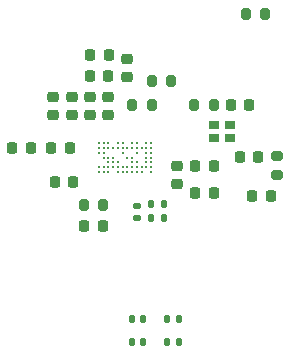
<source format=gbr>
%TF.GenerationSoftware,KiCad,Pcbnew,9.0.4*%
%TF.CreationDate,2025-08-31T12:09:40+02:00*%
%TF.ProjectId,CYW43439,43595734-3334-4333-992e-6b696361645f,rev?*%
%TF.SameCoordinates,Original*%
%TF.FileFunction,Paste,Top*%
%TF.FilePolarity,Positive*%
%FSLAX46Y46*%
G04 Gerber Fmt 4.6, Leading zero omitted, Abs format (unit mm)*
G04 Created by KiCad (PCBNEW 9.0.4) date 2025-08-31 12:09:40*
%MOMM*%
%LPD*%
G01*
G04 APERTURE LIST*
G04 Aperture macros list*
%AMRoundRect*
0 Rectangle with rounded corners*
0 $1 Rounding radius*
0 $2 $3 $4 $5 $6 $7 $8 $9 X,Y pos of 4 corners*
0 Add a 4 corners polygon primitive as box body*
4,1,4,$2,$3,$4,$5,$6,$7,$8,$9,$2,$3,0*
0 Add four circle primitives for the rounded corners*
1,1,$1+$1,$2,$3*
1,1,$1+$1,$4,$5*
1,1,$1+$1,$6,$7*
1,1,$1+$1,$8,$9*
0 Add four rect primitives between the rounded corners*
20,1,$1+$1,$2,$3,$4,$5,0*
20,1,$1+$1,$4,$5,$6,$7,0*
20,1,$1+$1,$6,$7,$8,$9,0*
20,1,$1+$1,$8,$9,$2,$3,0*%
G04 Aperture macros list end*
%ADD10RoundRect,0.200000X-0.200000X-0.275000X0.200000X-0.275000X0.200000X0.275000X-0.200000X0.275000X0*%
%ADD11RoundRect,0.225000X0.250000X-0.225000X0.250000X0.225000X-0.250000X0.225000X-0.250000X-0.225000X0*%
%ADD12RoundRect,0.135000X-0.135000X-0.185000X0.135000X-0.185000X0.135000X0.185000X-0.135000X0.185000X0*%
%ADD13RoundRect,0.140000X0.140000X0.170000X-0.140000X0.170000X-0.140000X-0.170000X0.140000X-0.170000X0*%
%ADD14RoundRect,0.218750X0.256250X-0.218750X0.256250X0.218750X-0.256250X0.218750X-0.256250X-0.218750X0*%
%ADD15RoundRect,0.218750X-0.218750X-0.256250X0.218750X-0.256250X0.218750X0.256250X-0.218750X0.256250X0*%
%ADD16RoundRect,0.200000X-0.275000X0.200000X-0.275000X-0.200000X0.275000X-0.200000X0.275000X0.200000X0*%
%ADD17RoundRect,0.225000X0.225000X0.250000X-0.225000X0.250000X-0.225000X-0.250000X0.225000X-0.250000X0*%
%ADD18RoundRect,0.225000X-0.225000X-0.250000X0.225000X-0.250000X0.225000X0.250000X-0.225000X0.250000X0*%
%ADD19RoundRect,0.135000X-0.185000X0.135000X-0.185000X-0.135000X0.185000X-0.135000X0.185000X0.135000X0*%
%ADD20R,0.900000X0.800000*%
%ADD21C,0.250000*%
G04 APERTURE END LIST*
D10*
%TO.C,R6*%
X148025000Y-84100000D03*
X149675000Y-84100000D03*
%TD*%
D11*
%TO.C,C13*%
X134825000Y-92700000D03*
X134825000Y-91150000D03*
%TD*%
D12*
%TO.C,C3*%
X140040000Y-100200000D03*
X141060000Y-100200000D03*
%TD*%
D13*
%TO.C,C20*%
X139330000Y-109925000D03*
X138370000Y-109925000D03*
%TD*%
D14*
%TO.C,FB1*%
X142200000Y-98562500D03*
X142200000Y-96987500D03*
%TD*%
D11*
%TO.C,C6*%
X133275000Y-92700000D03*
X133275000Y-91150000D03*
%TD*%
D15*
%TO.C,FB2*%
X148562500Y-99525000D03*
X150137500Y-99525000D03*
%TD*%
D16*
%TO.C,R6*%
X150675000Y-96125000D03*
X150675000Y-97775000D03*
%TD*%
D17*
%TO.C,C16*%
X129800000Y-95500000D03*
X128250000Y-95500000D03*
%TD*%
D12*
%TO.C,C4*%
X140040000Y-101400000D03*
X141060000Y-101400000D03*
%TD*%
D11*
%TO.C,C14*%
X136375000Y-92700000D03*
X136375000Y-91150000D03*
%TD*%
D18*
%TO.C,C2*%
X147550000Y-96225000D03*
X149100000Y-96225000D03*
%TD*%
D19*
%TO.C,L1*%
X138800000Y-100390000D03*
X138800000Y-101410000D03*
%TD*%
D17*
%TO.C,C10*%
X135900000Y-102075000D03*
X134350000Y-102075000D03*
%TD*%
D20*
%TO.C,Y1*%
X145325000Y-94600000D03*
X146725000Y-94600000D03*
X146725000Y-93500000D03*
X145325000Y-93500000D03*
%TD*%
D18*
%TO.C,C11*%
X143750000Y-97025000D03*
X145300000Y-97025000D03*
%TD*%
D11*
%TO.C,C15*%
X131725000Y-92700000D03*
X131725000Y-91150000D03*
%TD*%
D17*
%TO.C,C12*%
X133400000Y-98375000D03*
X131850000Y-98375000D03*
%TD*%
D15*
%TO.C,L2*%
X131562500Y-95500000D03*
X133137500Y-95500000D03*
%TD*%
D17*
%TO.C,C9*%
X136400000Y-89425000D03*
X134850000Y-89425000D03*
%TD*%
D13*
%TO.C,C17*%
X142330000Y-111900000D03*
X141370000Y-111900000D03*
%TD*%
D18*
%TO.C,C7*%
X143750000Y-99325000D03*
X145300000Y-99325000D03*
%TD*%
D10*
%TO.C,R3*%
X138425000Y-91875000D03*
X140075000Y-91875000D03*
%TD*%
D21*
%TO.C,U1*%
X135600000Y-97500000D03*
X135600000Y-97100000D03*
X135600000Y-95900000D03*
X135600000Y-95500000D03*
X135600000Y-95100000D03*
X136000000Y-97500000D03*
X136000000Y-97100000D03*
X136000000Y-96300000D03*
X136000000Y-95900000D03*
X136000000Y-95500000D03*
X136000000Y-95100000D03*
X136400000Y-97500000D03*
X136400000Y-97100000D03*
X136400000Y-96700000D03*
X136400000Y-96300000D03*
X136400000Y-95500000D03*
X136400000Y-95100000D03*
X136800000Y-97100000D03*
X136800000Y-96700000D03*
X136800000Y-96300000D03*
X136800000Y-95500000D03*
X137200000Y-97500000D03*
X137200000Y-97100000D03*
X137200000Y-96700000D03*
X137200000Y-95500000D03*
X137200000Y-95100000D03*
X137600000Y-97500000D03*
X137600000Y-97100000D03*
X137600000Y-95900000D03*
X137600000Y-95500000D03*
X137600000Y-95100000D03*
X138000000Y-97500000D03*
X138000000Y-97100000D03*
X138000000Y-96300000D03*
X138000000Y-95500000D03*
X138400000Y-97500000D03*
X138400000Y-97100000D03*
X138400000Y-96700000D03*
X138400000Y-96300000D03*
X138400000Y-95500000D03*
X138400000Y-95100000D03*
X138800000Y-97500000D03*
X138800000Y-97100000D03*
X138800000Y-96700000D03*
X138800000Y-95900000D03*
X138800000Y-95500000D03*
X138800000Y-95100000D03*
X139200000Y-97500000D03*
X139200000Y-97100000D03*
X139200000Y-95500000D03*
X139600000Y-97100000D03*
X139600000Y-96700000D03*
X139600000Y-96300000D03*
X139600000Y-95900000D03*
X139600000Y-95500000D03*
X139600000Y-95100000D03*
X140000000Y-97500000D03*
X140000000Y-97100000D03*
X140000000Y-96700000D03*
X140000000Y-96300000D03*
X140000000Y-95900000D03*
X140000000Y-95500000D03*
X140000000Y-95100000D03*
%TD*%
D13*
%TO.C,C19*%
X142330000Y-109925000D03*
X141370000Y-109925000D03*
%TD*%
%TO.C,C18*%
X139330000Y-111900000D03*
X138370000Y-111900000D03*
%TD*%
D18*
%TO.C,C1*%
X146775000Y-91875000D03*
X148325000Y-91875000D03*
%TD*%
D10*
%TO.C,R4*%
X140075000Y-89775000D03*
X141725000Y-89775000D03*
%TD*%
D11*
%TO.C,C8*%
X137950000Y-89475000D03*
X137950000Y-87925000D03*
%TD*%
D17*
%TO.C,C5*%
X136425000Y-87650000D03*
X134875000Y-87650000D03*
%TD*%
D10*
%TO.C,R5*%
X134300000Y-100300000D03*
X135950000Y-100300000D03*
%TD*%
%TO.C,R1*%
X143675000Y-91875000D03*
X145325000Y-91875000D03*
%TD*%
M02*

</source>
